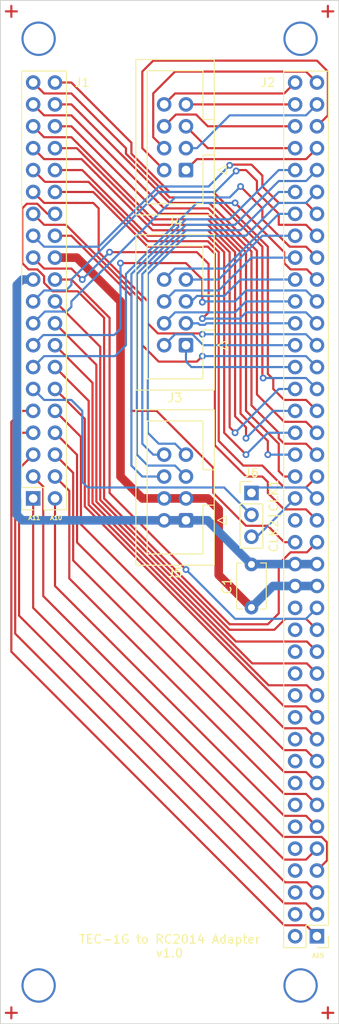
<source format=kicad_pcb>
(kicad_pcb (version 20221018) (generator pcbnew)
  (layers (0 "F.Cu" signal) (31 "B.Cu" signal) (34 "B.Paste" user) (35 "F.Paste" user) (36 "B.SilkS" user "B.Silkscreen") (37 "F.SilkS" user "F.Silkscreen") (38 "B.Mask" user) (39 "F.Mask" user) (44 "Edge.Cuts" user))
  (net 0 "")
  (net 18 "Net-(J2-~{CLK})")
  (net 19 "/D4")
  (net 20 "/D3")
  (net 21 "/D5")
  (net 22 "/D6")
  (net 23 "/D2")
  (net 24 "/D7")
  (net 25 "/D0")
  (net 26 "/D1")
  (net 27 "/A11")
  (net 28 "/A10")
  (net 29 "/A12")
  (net 30 "/A9")
  (net 31 "/A13")
  (net 32 "/A8")
  (net 33 "/A14")
  (net 34 "/A7")
  (net 35 "/A15")
  (net 36 "/A6")
  (net 37 "/A5")
  (net 38 "/A4")
  (net 39 "/A3")
  (net 40 "/A2")
  (net 41 "/A1")
  (net 42 "/A0")
  (net 43 "Net-(J1-~{CLK})")
  (net 44 "Net-(J1-VCC)")
  (net 45 "Net-(J1-GND)")
  (net 46 "Net-(J1-~{RFSH})")
  (net 47 "Net-(J1-~{M1})")
  (net 48 "Net-(J1-~{RESET})")
  (net 49 "Net-(J1-~{INT})")
  (net 50 "Net-(J1-~{BUSRQ})")
  (net 51 "Net-(J1-~{NMI})")
  (net 52 "Net-(J1-~{WAIT})")
  (net 53 "Net-(J1-~{HALT})")
  (net 54 "Net-(J1-~{BUSAK})")
  (net 55 "Net-(J1-~{MREQ})")
  (net 56 "Net-(J1-~{WR})")
  (net 57 "Net-(J1-~{IOREQ})")
  (net 58 "Net-(J1-~{RD})")
  (net 59 "Net-(J2-D8)")
  (net 60 "Net-(J2-D9)")
  (net 61 "Net-(J2-D10)")
  (net 62 "Net-(J2-D11)")
  (net 63 "Net-(J2-D12)")
  (net 64 "Net-(J2-D13)")
  (net 65 "Net-(J2-D14)")
  (net 66 "Net-(J2-D15)")
  (net 67 "Net-(J2-TX)")
  (net 68 "Net-(J2-TX2)")
  (net 69 "Net-(J2-RX)")
  (net 70 "Net-(J2-RX2)")
  (net 71 "Net-(J2-USER1)")
  (net 72 "Net-(J2-USER5)")
  (net 73 "Net-(J2-USER2)")
  (net 74 "Net-(J2-USER6)")
  (net 75 "Net-(J2-USER3)")
  (net 76 "Net-(J2-USER7)")
  (net 77 "Net-(J2-USER4)")
  (net 78 "Net-(J2-USER8)")
  (net 79 "Net-(J2-~{CLK2})")
  (footprint "Connector_PinHeader_2.54mm:PinHeader_1x03_P2.54mm_Vertical" (layer "F.Cu") (at 167.64 98.425)
    (fp_text reference "J6")
    (fp_text value "Conn_01x03_Pin" hide)
  )
  (footprint "Capacitor_THT:C_Disc_D5.1mm_W3.2mm_P5.00mm" (layer "F.Cu") (at 167.64 111.72 90)
    (fp_text reference "C1")
    (fp_text value "100n")
  )
  (footprint "Connector_IDC:IDC-Header_2x04_P2.54mm_Vertical" (layer "F.Cu") (at 160.02 60.96 180)
    (fp_text reference "J4")
    (fp_text value "~" hide)
  )
  (footprint "Connector_PinSocket_2.54mm:PinSocket_2x40_P2.54mm_Vertical" (layer "F.Cu") (at 171.88 149.86 180)
    (fp_text reference "J2")
    (fp_text value "Z80_RC2014_Bus" hide)
  )
  (footprint "Connector_IDC:IDC-Header_2x04_P2.54mm_Vertical" (layer "F.Cu") (at 160.02 101.6 180)
    (fp_text reference "J5")
    (fp_text value "~" hide)
  )
  (footprint "Connector_IDC:IDC-Header_2x04_P2.54mm_Vertical" (layer "F.Cu") (at 160.02 81.28 180)
    (fp_text reference "J3")
    (fp_text value "~" hide)
  )
  (footprint "Connector_PinSocket_2.54mm:PinSocket_2x20_P2.54mm_Vertical" (layer "F.Cu") (at 142.24 99.06 180)
    (fp_text reference "J1")
    (fp_text value "Z80_Header" hide)
  )
  (gr_line (start 138.43 160.02) (end 138.43 41.275) (stroke (width 0.1)) (layer "Edge.Cuts"))
  (gr_line (start 177.8 160.02) (end 138.43 160.02) (stroke (width 0.1)) (layer "Edge.Cuts"))
  (gr_line (start 177.8 41.275) (end 177.8 160.02) (stroke (width 0.1)) (layer "Edge.Cuts"))
  (gr_line (start 138.43 41.275) (end 177.8 41.275) (stroke (width 0.1)) (layer "Edge.Cuts"))
  (gr_text "A11" (at 141.605 101.6) (layer "F.SilkS") (effects (font (size 0.5 0.5) (thickness 0.125)) (justify left bottom)))
  (gr_text "A10" (at 144.145 101.6) (layer "F.SilkS") (effects (font (size 0.5 0.5) (thickness 0.125)) (justify left bottom)))
  (gr_text "A15" (at 174.625 152.4) (layer "F.SilkS") (effects (font (size 0.5 0.5) (thickness 0.125)) (justify left bottom)))
  (gr_text "CLK2|CLK1" (at 170.815 105.41 90) (layer "F.SilkS") (effects (font (size 1 1)) (justify left bottom)))
  (gr_text "TEC-1G to RC2014 Adapter\nv1.0" (at 158.115 152.4) (layer "F.SilkS") (effects (font (size 1 1)) (justify bottom)))
  (segment (start 139.7 41.91) (end 139.7 43.18) (width 0.25) (layer "F.Cu") (net 0))
  (segment (start 175.895 42.545) (end 177.165 42.545) (width 0.25) (layer "F.Cu") (net 0))
  (segment (start 176.53 41.91) (end 176.53 43.18) (width 0.25) (layer "F.Cu") (net 0))
  (segment (start 139.7 158.115) (end 139.7 159.385) (width 0.25) (layer "F.Cu") (net 0))
  (segment (start 176.53 158.115) (end 176.53 159.385) (width 0.25) (layer "F.Cu") (net 0))
  (segment (start 139.065 42.545) (end 140.335 42.545) (width 0.25) (layer "F.Cu") (net 0))
  (segment (start 139.065 158.75) (end 140.335 158.75) (width 0.25) (layer "F.Cu") (net 0))
  (segment (start 175.895 158.75) (end 177.165 158.75) (width 0.25) (layer "F.Cu") (net 0))
  (via (at 142.875 155.575) (size 4) (drill 3.5) (layers "F.Cu" "B.Cu") (net 0))
  (via (at 142.875 45.72) (size 4) (drill 3.5) (layers "F.Cu" "B.Cu") (net 0))
  (via (at 173.355 155.575) (size 4) (drill 3.5) (layers "F.Cu" "B.Cu") (net 0))
  (via (at 173.355 45.72) (size 4) (drill 3.5) (layers "F.Cu" "B.Cu") (net 0))
  (segment (start 168.275 97.79) (end 167.64 98.425) (width 0.25) (layer "B.Cu") (net 18))
  (segment (start 173.99 97.79) (end 168.275 97.79) (width 0.25) (layer "B.Cu") (net 18))
  (segment (start 175.26 99.06) (end 173.99 97.79) (width 0.25) (layer "B.Cu") (net 18))
  (segment (start 175.26 73.66) (end 174.085 72.485) (width 0.25) (layer "F.Cu") (net 19))
  (segment (start 172.18 72.485) (end 171.45 71.755) (width 0.25) (layer "F.Cu") (net 19))
  (segment (start 171.45 70.485) (end 165.735 64.77) (width 0.25) (layer "F.Cu") (net 19))
  (segment (start 171.45 71.755) (end 171.45 70.485) (width 0.25) (layer "F.Cu") (net 19))
  (segment (start 174.085 72.485) (end 172.18 72.485) (width 0.25) (layer "F.Cu") (net 19))
  (via (at 165.735 64.77) (size 0.8) (drill 0.4) (layers "F.Cu" "B.Cu") (net 19))
  (segment (start 143.51 82.55) (end 142.24 83.82) (width 0.25) (layer "B.Cu") (net 19))
  (segment (start 161.284416 64.77) (end 153.035 73.019416) (width 0.25) (layer "B.Cu") (net 19))
  (segment (start 165.735 64.77) (end 161.284416 64.77) (width 0.25) (layer "B.Cu") (net 19))
  (segment (start 153.035 73.019416) (end 153.035 81.28) (width 0.25) (layer "B.Cu") (net 19))
  (segment (start 151.765 82.55) (end 143.51 82.55) (width 0.25) (layer "B.Cu") (net 19))
  (segment (start 153.035 81.28) (end 151.765 82.55) (width 0.25) (layer "B.Cu") (net 19))
  (segment (start 161.925 73.66) (end 160.02 71.755) (width 0.25) (layer "F.Cu") (net 20))
  (segment (start 160.02 71.755) (end 152.4 71.755) (width 0.25) (layer "F.Cu") (net 20))
  (segment (start 161.925 76.29) (end 161.925 73.66) (width 0.25) (layer "F.Cu") (net 20))
  (via (at 152.4 71.755) (size 0.8) (drill 0.4) (layers "F.Cu" "B.Cu") (net 20))
  (via (at 161.925 76.29) (size 0.8) (drill 0.4) (layers "F.Cu" "B.Cu") (net 20))
  (segment (start 152.4 79.375) (end 151.67 80.105) (width 0.25) (layer "B.Cu") (net 20))
  (segment (start 167.005 74.93) (end 173.99 74.93) (width 0.25) (layer "B.Cu") (net 20))
  (segment (start 161.925 76.29) (end 162.015 76.2) (width 0.25) (layer "B.Cu") (net 20))
  (segment (start 143.415 80.105) (end 142.24 81.28) (width 0.25) (layer "B.Cu") (net 20))
  (segment (start 173.99 74.93) (end 175.26 76.2) (width 0.25) (layer "B.Cu") (net 20))
  (segment (start 165.735 76.2) (end 167.005 74.93) (width 0.25) (layer "B.Cu") (net 20))
  (segment (start 151.67 80.105) (end 143.415 80.105) (width 0.25) (layer "B.Cu") (net 20))
  (segment (start 162.015 76.2) (end 165.735 76.2) (width 0.25) (layer "B.Cu") (net 20))
  (segment (start 152.4 71.755) (end 152.4 79.375) (width 0.25) (layer "B.Cu") (net 20))
  (segment (start 168.91 65.405) (end 166.37 62.865) (width 0.25) (layer "F.Cu") (net 21))
  (segment (start 173.99 69.85) (end 172.085 69.85) (width 0.25) (layer "F.Cu") (net 21))
  (segment (start 168.91 66.675) (end 168.91 65.405) (width 0.25) (layer "F.Cu") (net 21))
  (segment (start 172.085 69.85) (end 168.91 66.675) (width 0.25) (layer "F.Cu") (net 21))
  (segment (start 175.26 71.12) (end 173.99 69.85) (width 0.25) (layer "F.Cu") (net 21))
  (via (at 166.37 62.865) (size 0.8) (drill 0.4) (layers "F.Cu" "B.Cu") (net 21))
  (segment (start 143.605 77.375) (end 142.24 78.74) (width 0.25) (layer "B.Cu") (net 21))
  (segment (start 165.1 64.135) (end 158.75 64.135) (width 0.25) (layer "B.Cu") (net 21))
  (segment (start 146.685 76.2) (end 146.685 76.835) (width 0.25) (layer "B.Cu") (net 21))
  (segment (start 158.75 64.135) (end 146.685 76.2) (width 0.25) (layer "B.Cu") (net 21))
  (segment (start 166.37 62.865) (end 165.1 64.135) (width 0.25) (layer "B.Cu") (net 21))
  (segment (start 146.145 77.375) (end 143.605 77.375) (width 0.25) (layer "B.Cu") (net 21))
  (segment (start 146.685 76.835) (end 146.145 77.375) (width 0.25) (layer "B.Cu") (net 21))
  (segment (start 170.815 67.31) (end 170.815 66.04) (width 0.25) (layer "F.Cu") (net 22))
  (segment (start 167.005 60.96) (end 165.965122 60.96) (width 0.25) (layer "F.Cu") (net 22))
  (segment (start 173.99 67.31) (end 170.815 67.31) (width 0.25) (layer "F.Cu") (net 22))
  (segment (start 168.275 62.23) (end 167.005 60.96) (width 0.25) (layer "F.Cu") (net 22))
  (segment (start 175.26 68.58) (end 173.99 67.31) (width 0.25) (layer "F.Cu") (net 22))
  (segment (start 170.815 66.04) (end 168.275 63.5) (width 0.25) (layer "F.Cu") (net 22))
  (segment (start 168.275 63.5) (end 168.275 62.23) (width 0.25) (layer "F.Cu") (net 22))
  (segment (start 165.965122 60.96) (end 165.858837 61.066285) (width 0.25) (layer "F.Cu") (net 22))
  (via (at 165.858837 61.066285) (size 0.8) (drill 0.4) (layers "F.Cu" "B.Cu") (net 22))
  (segment (start 165.858837 61.066285) (end 163.425122 63.5) (width 0.25) (layer "B.Cu") (net 22))
  (segment (start 146.05 74.93) (end 143.51 74.93) (width 0.25) (layer "B.Cu") (net 22))
  (segment (start 143.51 74.93) (end 142.24 76.2) (width 0.25) (layer "B.Cu") (net 22))
  (segment (start 146.685 73.66) (end 146.685 74.295) (width 0.25) (layer "B.Cu") (net 22))
  (segment (start 156.845 63.5) (end 146.685 73.66) (width 0.25) (layer "B.Cu") (net 22))
  (segment (start 146.685 74.295) (end 146.05 74.93) (width 0.25) (layer "B.Cu") (net 22))
  (segment (start 163.425122 63.5) (end 156.845 63.5) (width 0.25) (layer "B.Cu") (net 22))
  (segment (start 143.51 72.39) (end 142.24 71.12) (width 0.25) (layer "F.Cu") (net 23))
  (segment (start 161.29 70.485) (end 151.13 70.485) (width 0.25) (layer "F.Cu") (net 23))
  (segment (start 161.925 78.195) (end 162.65 77.47) (width 0.25) (layer "F.Cu") (net 23))
  (segment (start 146.685 72.39) (end 143.51 72.39) (width 0.25) (layer "F.Cu") (net 23))
  (segment (start 162.65 71.845) (end 161.29 70.485) (width 0.25) (layer "F.Cu") (net 23))
  (segment (start 147.955 73.66) (end 146.685 72.39) (width 0.25) (layer "F.Cu") (net 23))
  (segment (start 162.65 77.47) (end 162.65 71.845) (width 0.25) (layer "F.Cu") (net 23))
  (via (at 151.13 70.485) (size 0.8) (drill 0.4) (layers "F.Cu" "B.Cu") (net 23))
  (via (at 161.925 78.195) (size 0.8) (drill 0.4) (layers "F.Cu" "B.Cu") (net 23))
  (via (at 147.955 73.66) (size 0.8) (drill 0.4) (layers "F.Cu" "B.Cu") (net 23))
  (segment (start 167.005 77.47) (end 166.28 78.195) (width 0.25) (layer "B.Cu") (net 23))
  (segment (start 175.26 78.74) (end 173.99 77.47) (width 0.25) (layer "B.Cu") (net 23))
  (segment (start 151.13 70.485) (end 147.955 73.66) (width 0.25) (layer "B.Cu") (net 23))
  (segment (start 173.99 77.47) (end 167.005 77.47) (width 0.25) (layer "B.Cu") (net 23))
  (segment (start 166.28 78.195) (end 161.925 78.195) (width 0.25) (layer "B.Cu") (net 23))
  (segment (start 170.815 64.77) (end 168.91 62.865) (width 0.25) (layer "F.Cu") (net 24))
  (segment (start 167.64 60.325) (end 165.19 60.325) (width 0.25) (layer "F.Cu") (net 24))
  (segment (start 165.19 60.325) (end 165.1 60.415) (width 0.25) (layer "F.Cu") (net 24))
  (segment (start 173.99 64.77) (end 170.815 64.77) (width 0.25) (layer "F.Cu") (net 24))
  (segment (start 168.91 61.595) (end 167.64 60.325) (width 0.25) (layer "F.Cu") (net 24))
  (segment (start 175.26 66.04) (end 173.99 64.77) (width 0.25) (layer "F.Cu") (net 24))
  (segment (start 168.91 62.865) (end 168.91 61.595) (width 0.25) (layer "F.Cu") (net 24))
  (via (at 165.1 60.415) (size 0.8) (drill 0.4) (layers "F.Cu" "B.Cu") (net 24))
  (segment (start 156.845 62.865) (end 162.65 62.865) (width 0.25) (layer "B.Cu") (net 24))
  (segment (start 142.24 68.58) (end 143.51 69.85) (width 0.25) (layer "B.Cu") (net 24))
  (segment (start 143.51 69.85) (end 149.86 69.85) (width 0.25) (layer "B.Cu") (net 24))
  (segment (start 162.65 62.865) (end 165.1 60.415) (width 0.25) (layer "B.Cu") (net 24))
  (segment (start 149.86 69.85) (end 156.845 62.865) (width 0.25) (layer "B.Cu") (net 24))
  (segment (start 156.845 83.185) (end 154.94 81.28) (width 0.25) (layer "F.Cu") (net 25))
  (segment (start 154.94 81.28) (end 154.94 76.2) (width 0.25) (layer "F.Cu") (net 25))
  (segment (start 161.29 83.185) (end 156.845 83.185) (width 0.25) (layer "F.Cu") (net 25))
  (segment (start 161.925 82.55) (end 161.29 83.185) (width 0.25) (layer "F.Cu") (net 25))
  (segment (start 143.51 67.31) (end 142.24 66.04) (width 0.25) (layer "F.Cu") (net 25))
  (segment (start 154.94 76.2) (end 146.05 67.31) (width 0.25) (layer "F.Cu") (net 25))
  (segment (start 146.05 67.31) (end 143.51 67.31) (width 0.25) (layer "F.Cu") (net 25))
  (via (at 161.925 82.55) (size 0.8) (drill 0.4) (layers "F.Cu" "B.Cu") (net 25))
  (segment (start 173.99 82.55) (end 161.925 82.55) (width 0.25) (layer "B.Cu") (net 25))
  (segment (start 175.26 83.82) (end 173.99 82.55) (width 0.25) (layer "B.Cu") (net 25))
  (segment (start 155.575 76.2) (end 149.86 70.485) (width 0.25) (layer "F.Cu") (net 26))
  (segment (start 149.86 70.485) (end 149.86 65.405) (width 0.25) (layer "F.Cu") (net 26))
  (segment (start 161.83 79.915) (end 156.75 79.915) (width 0.25) (layer "F.Cu") (net 26))
  (segment (start 156.75 79.915) (end 155.575 78.74) (width 0.25) (layer "F.Cu") (net 26))
  (segment (start 161.925 80.01) (end 161.83 79.915) (width 0.25) (layer "F.Cu") (net 26))
  (segment (start 143.51 64.77) (end 142.24 63.5) (width 0.25) (layer "F.Cu") (net 26))
  (segment (start 149.225 64.77) (end 143.51 64.77) (width 0.25) (layer "F.Cu") (net 26))
  (segment (start 149.86 65.405) (end 149.225 64.77) (width 0.25) (layer "F.Cu") (net 26))
  (segment (start 155.575 78.74) (end 155.575 76.2) (width 0.25) (layer "F.Cu") (net 26))
  (via (at 161.925 80.01) (size 0.8) (drill 0.4) (layers "F.Cu" "B.Cu") (net 26))
  (segment (start 175.26 81.28) (end 173.99 80.01) (width 0.25) (layer "B.Cu") (net 26))
  (segment (start 173.99 80.01) (end 161.925 80.01) (width 0.25) (layer "B.Cu") (net 26))
  (segment (start 171.45 140.97) (end 173.99 140.97) (width 0.25) (layer "F.Cu") (net 27))
  (segment (start 142.24 111.76) (end 171.45 140.97) (width 0.25) (layer "F.Cu") (net 27))
  (segment (start 142.24 99.06) (end 142.24 111.76) (width 0.25) (layer "F.Cu") (net 27))
  (segment (start 173.99 140.97) (end 175.26 139.7) (width 0.25) (layer "F.Cu") (net 27))
  (segment (start 144.78 109.22) (end 171.45 135.89) (width 0.25) (layer "F.Cu") (net 28))
  (segment (start 173.99 135.89) (end 175.26 137.16) (width 0.25) (layer "F.Cu") (net 28))
  (segment (start 171.45 135.89) (end 173.99 135.89) (width 0.25) (layer "F.Cu") (net 28))
  (segment (start 144.78 99.06) (end 144.78 109.22) (width 0.25) (layer "F.Cu") (net 28))
  (segment (start 143.415 97.695) (end 142.24 96.52) (width 0.25) (layer "F.Cu") (net 29))
  (segment (start 175.26 142.24) (end 176.435 141.065) (width 0.25) (layer "F.Cu") (net 29))
  (segment (start 175.8 138.335) (end 171.355 138.335) (width 0.25) (layer "F.Cu") (net 29))
  (segment (start 143.415 110.395) (end 143.415 97.695) (width 0.25) (layer "F.Cu") (net 29))
  (segment (start 176.435 138.97) (end 175.8 138.335) (width 0.25) (layer "F.Cu") (net 29))
  (segment (start 171.355 138.335) (end 143.415 110.395) (width 0.25) (layer "F.Cu") (net 29))
  (segment (start 176.435 141.065) (end 176.435 138.97) (width 0.25) (layer "F.Cu") (net 29))
  (segment (start 171.45 133.35) (end 173.99 133.35) (width 0.25) (layer "F.Cu") (net 30))
  (segment (start 146.445 108.345) (end 171.45 133.35) (width 0.25) (layer "F.Cu") (net 30))
  (segment (start 144.78 96.52) (end 146.445 98.185) (width 0.25) (layer "F.Cu") (net 30))
  (segment (start 173.99 133.35) (end 175.26 134.62) (width 0.25) (layer "F.Cu") (net 30))
  (segment (start 146.445 98.185) (end 146.445 108.345) (width 0.25) (layer "F.Cu") (net 30))
  (segment (start 174.085 143.605) (end 175.26 144.78) (width 0.25) (layer "F.Cu") (net 31))
  (segment (start 171.545 143.605) (end 174.085 143.605) (width 0.25) (layer "F.Cu") (net 31))
  (segment (start 140.6 95.62) (end 140.6 112.66) (width 0.25) (layer "F.Cu") (net 31))
  (segment (start 142.24 93.98) (end 140.6 95.62) (width 0.25) (layer "F.Cu") (net 31))
  (segment (start 140.6 112.66) (end 171.545 143.605) (width 0.25) (layer "F.Cu") (net 31))
  (segment (start 144.78 93.98) (end 146.895 96.095) (width 0.25) (layer "F.Cu") (net 32))
  (segment (start 173.99 130.81) (end 175.26 132.08) (width 0.25) (layer "F.Cu") (net 32))
  (segment (start 146.895 106.255) (end 171.45 130.81) (width 0.25) (layer "F.Cu") (net 32))
  (segment (start 171.45 130.81) (end 173.99 130.81) (width 0.25) (layer "F.Cu") (net 32))
  (segment (start 146.895 96.095) (end 146.895 106.255) (width 0.25) (layer "F.Cu") (net 32))
  (segment (start 140.15 92.26) (end 140.97 91.44) (width 0.25) (layer "F.Cu") (net 33))
  (segment (start 175.26 147.32) (end 173.99 146.05) (width 0.25) (layer "F.Cu") (net 33))
  (segment (start 171.45 146.05) (end 140.15 114.75) (width 0.25) (layer "F.Cu") (net 33))
  (segment (start 140.15 114.75) (end 140.15 92.26) (width 0.25) (layer "F.Cu") (net 33))
  (segment (start 173.99 146.05) (end 171.45 146.05) (width 0.25) (layer "F.Cu") (net 33))
  (segment (start 140.97 91.44) (end 142.24 91.44) (width 0.25) (layer "F.Cu") (net 33))
  (segment (start 173.99 128.27) (end 175.26 129.54) (width 0.25) (layer "F.Cu") (net 34))
  (segment (start 171.45 128.27) (end 173.99 128.27) (width 0.25) (layer "F.Cu") (net 34))
  (segment (start 147.345 94.005) (end 147.345 104.165) (width 0.25) (layer "F.Cu") (net 34))
  (segment (start 144.78 91.44) (end 147.345 94.005) (width 0.25) (layer "F.Cu") (net 34))
  (segment (start 147.345 104.165) (end 171.45 128.27) (width 0.25) (layer "F.Cu") (net 34))
  (segment (start 175.26 149.86) (end 173.99 148.59) (width 0.25) (layer "F.Cu") (net 35))
  (segment (start 139.7 90.17) (end 140.97 88.9) (width 0.25) (layer "F.Cu") (net 35))
  (segment (start 139.7 116.84) (end 139.7 90.17) (width 0.25) (layer "F.Cu") (net 35))
  (segment (start 140.97 88.9) (end 142.24 88.9) (width 0.25) (layer "F.Cu") (net 35))
  (segment (start 171.45 148.59) (end 139.7 116.84) (width 0.25) (layer "F.Cu") (net 35))
  (segment (start 173.99 148.59) (end 171.45 148.59) (width 0.25) (layer "F.Cu") (net 35))
  (segment (start 171.45 125.73) (end 173.99 125.73) (width 0.25) (layer "F.Cu") (net 36))
  (segment (start 147.795 102.075) (end 171.45 125.73) (width 0.25) (layer "F.Cu") (net 36))
  (segment (start 144.78 88.9) (end 147.795 91.915) (width 0.25) (layer "F.Cu") (net 36))
  (segment (start 173.99 125.73) (end 175.26 127) (width 0.25) (layer "F.Cu") (net 36))
  (segment (start 147.795 91.915) (end 147.795 102.075) (width 0.25) (layer "F.Cu") (net 36))
  (segment (start 171.45 123.19) (end 173.99 123.19) (width 0.25) (layer "F.Cu") (net 37))
  (segment (start 144.78 86.36) (end 148.245 89.825) (width 0.25) (layer "F.Cu") (net 37))
  (segment (start 148.245 89.825) (end 148.245 99.985) (width 0.25) (layer "F.Cu") (net 37))
  (segment (start 148.245 99.985) (end 171.45 123.19) (width 0.25) (layer "F.Cu") (net 37))
  (segment (start 173.99 123.19) (end 175.26 124.46) (width 0.25) (layer "F.Cu") (net 37))
  (segment (start 144.78 83.82) (end 148.695 87.735) (width 0.25) (layer "F.Cu") (net 38))
  (segment (start 169.64 120.745) (end 174.085 120.745) (width 0.25) (layer "F.Cu") (net 38))
  (segment (start 148.695 87.735) (end 148.695 99.8) (width 0.25) (layer "F.Cu") (net 38))
  (segment (start 174.085 120.745) (end 175.26 121.92) (width 0.25) (layer "F.Cu") (net 38))
  (segment (start 148.695 99.8) (end 169.64 120.745) (width 0.25) (layer "F.Cu") (net 38))
  (segment (start 167.735 118.205) (end 174.085 118.205) (width 0.25) (layer "F.Cu") (net 39))
  (segment (start 144.78 81.28) (end 149.145 85.645) (width 0.25) (layer "F.Cu") (net 39))
  (segment (start 149.145 85.645) (end 149.145 99.615) (width 0.25) (layer "F.Cu") (net 39))
  (segment (start 149.145 99.615) (end 167.735 118.205) (width 0.25) (layer "F.Cu") (net 39))
  (segment (start 174.085 118.205) (end 175.26 119.38) (width 0.25) (layer "F.Cu") (net 39))
  (segment (start 165.83 115.665) (end 174.085 115.665) (width 0.25) (layer "F.Cu") (net 40))
  (segment (start 144.78 78.74) (end 149.595 83.555) (width 0.25) (layer "F.Cu") (net 40))
  (segment (start 149.595 99.43) (end 165.83 115.665) (width 0.25) (layer "F.Cu") (net 40))
  (segment (start 174.085 115.665) (end 175.26 116.84) (width 0.25) (layer "F.Cu") (net 40))
  (segment (start 149.595 83.555) (end 149.595 99.43) (width 0.25) (layer "F.Cu") (net 40))
  (segment (start 173.99 113.03) (end 175.26 114.3) (width 0.25) (layer "F.Cu") (net 41))
  (segment (start 165.101396 114.3) (end 170.30165 114.3) (width 0.25) (layer "F.Cu") (net 41))
  (segment (start 150.045 81.465) (end 150.045 99.243604) (width 0.25) (layer "F.Cu") (net 41))
  (segment (start 170.30165 114.3) (end 171.57165 113.03) (width 0.25) (layer "F.Cu") (net 41))
  (segment (start 171.57165 113.03) (end 173.99 113.03) (width 0.25) (layer "F.Cu") (net 41))
  (segment (start 144.78 76.2) (end 150.045 81.465) (width 0.25) (layer "F.Cu") (net 41))
  (segment (start 150.045 99.243604) (end 165.101396 114.3) (width 0.25) (layer "F.Cu") (net 41))
  (segment (start 151.130698 98.425698) (end 151.130698 78.104302) (width 0.25) (layer "F.Cu") (net 42))
  (segment (start 151.130698 78.104302) (end 146.686396 73.66) (width 0.25) (layer "F.Cu") (net 42))
  (segment (start 146.686396 73.66) (end 144.78 73.66) (width 0.25) (layer "F.Cu") (net 42))
  (segment (start 160.02 107.315) (end 151.130698 98.425698) (width 0.25) (layer "F.Cu") (net 42))
  (via (at 160.02 107.315) (size 0.8) (drill 0.4) (layers "F.Cu" "B.Cu") (net 42))
  (segment (start 173.99 113.03) (end 175.26 111.76) (width 0.25) (layer "B.Cu") (net 42))
  (segment (start 165.735 113.03) (end 173.99 113.03) (width 0.25) (layer "B.Cu") (net 42))
  (segment (start 160.02 107.315) (end 165.735 113.03) (width 0.25) (layer "B.Cu") (net 42))
  (segment (start 148.59 97.79) (end 147.955 97.155) (width 0.25) (layer "B.Cu") (net 43))
  (segment (start 148.59 97.79) (end 164.465 97.79) (width 0.25) (layer "B.Cu") (net 43))
  (segment (start 147.955 97.155) (end 147.955 88.9) (width 0.25) (layer "B.Cu") (net 43))
  (segment (start 147.955 88.9) (end 146.685 87.63) (width 0.25) (layer "B.Cu") (net 43))
  (segment (start 164.465 97.79) (end 167.64 100.965) (width 0.25) (layer "B.Cu") (net 43))
  (segment (start 146.685 87.63) (end 143.51 87.63) (width 0.25) (layer "B.Cu") (net 43))
  (segment (start 143.51 87.63) (end 142.24 86.36) (width 0.25) (layer "B.Cu") (net 43))
  (segment (start 167.64 106.72) (end 162.56 101.64) (width 1) (layer "B.Cu") (net 44))
  (segment (start 162.56 101.6) (end 157.48 101.6) (width 1) (layer "B.Cu") (net 44))
  (segment (start 162.56 101.64) (end 162.56 101.6) (width 1) (layer "B.Cu") (net 44))
  (segment (start 140.97 101.6) (end 140.335 100.965) (width 1) (layer "B.Cu") (net 44))
  (segment (start 157.48 101.6) (end 140.97 101.6) (width 1) (layer "B.Cu") (net 44))
  (segment (start 167.68 106.68) (end 167.64 106.72) (width 1) (layer "B.Cu") (net 44))
  (segment (start 140.335 100.965) (end 140.335 74.295) (width 1) (layer "B.Cu") (net 44))
  (segment (start 175.26 106.68) (end 167.68 106.68) (width 1) (layer "B.Cu") (net 44))
  (segment (start 140.335 74.295) (end 140.97 73.66) (width 1) (layer "B.Cu") (net 44))
  (segment (start 140.97 73.66) (end 142.24 73.66) (width 1) (layer "B.Cu") (net 44))
  (segment (start 152.4 96.52) (end 152.4 76.2) (width 1) (layer "F.Cu") (net 45))
  (segment (start 147.32 71.12) (end 144.78 71.12) (width 1) (layer "F.Cu") (net 45))
  (segment (start 162.56 99.06) (end 157.48 99.06) (width 1) (layer "F.Cu") (net 45))
  (segment (start 152.4 76.2) (end 147.32 71.12) (width 1) (layer "F.Cu") (net 45))
  (segment (start 163.83 107.95) (end 163.83 100.33) (width 1) (layer "F.Cu") (net 45))
  (segment (start 167.6 111.72) (end 163.83 107.95) (width 1) (layer "F.Cu") (net 45))
  (segment (start 157.48 99.06) (end 154.94 99.06) (width 1) (layer "F.Cu") (net 45))
  (segment (start 163.83 100.33) (end 162.56 99.06) (width 1) (layer "F.Cu") (net 45))
  (segment (start 167.64 111.72) (end 167.6 111.72) (width 1) (layer "F.Cu") (net 45))
  (segment (start 154.94 99.06) (end 152.4 96.52) (width 1) (layer "F.Cu") (net 45))
  (segment (start 175.26 109.22) (end 170.14 109.22) (width 1) (layer "B.Cu") (net 45))
  (segment (start 170.14 109.22) (end 167.64 111.72) (width 1) (layer "B.Cu") (net 45))
  (segment (start 153.67 75.566396) (end 153.67 88.9) (width 0.25) (layer "F.Cu") (net 46))
  (segment (start 167.005 102.235) (end 169.545 102.235) (width 0.25) (layer "F.Cu") (net 46))
  (segment (start 163.195 98.425) (end 167.005 102.235) (width 0.25) (layer "F.Cu") (net 46))
  (segment (start 169.545 102.235) (end 171.45 104.14) (width 0.25) (layer "F.Cu") (net 46))
  (segment (start 144.78 68.58) (end 146.683604 68.58) (width 0.25) (layer "F.Cu") (net 46))
  (segment (start 156.601701 88.9) (end 163.195 95.493299) (width 0.25) (layer "F.Cu") (net 46))
  (segment (start 171.45 104.14) (end 172.72 104.14) (width 0.25) (layer "F.Cu") (net 46))
  (segment (start 153.67 88.9) (end 156.601701 88.9) (width 0.25) (layer "F.Cu") (net 46))
  (segment (start 163.195 95.493299) (end 163.195 98.425) (width 0.25) (layer "F.Cu") (net 46))
  (segment (start 146.683604 68.58) (end 153.67 75.566396) (width 0.25) (layer "F.Cu") (net 46))
  (segment (start 170.815 106.68) (end 172.18 105.315) (width 0.25) (layer "F.Cu") (net 47))
  (segment (start 170.815 112.395) (end 170.815 106.68) (width 0.25) (layer "F.Cu") (net 47))
  (segment (start 150.495 78.105) (end 150.495 99.057208) (width 0.25) (layer "F.Cu") (net 47))
  (segment (start 140.97 71.755) (end 141.7 72.485) (width 0.25) (layer "F.Cu") (net 47))
  (segment (start 150.495 99.057208) (end 165.102792 113.665) (width 0.25) (layer "F.Cu") (net 47))
  (segment (start 143.901701 66.04) (end 142.726701 64.865) (width 0.25) (layer "F.Cu") (net 47))
  (segment (start 147.415 75.025) (end 150.495 78.105) (width 0.25) (layer "F.Cu") (net 47))
  (segment (start 142.726701 64.865) (end 141.51 64.865) (width 0.25) (layer "F.Cu") (net 47))
  (segment (start 143.51 73.268299) (end 143.51 74.051701) (width 0.25) (layer "F.Cu") (net 47))
  (segment (start 172.18 105.315) (end 174.085 105.315) (width 0.25) (layer "F.Cu") (net 47))
  (segment (start 143.51 74.051701) (end 144.483299 75.025) (width 0.25) (layer "F.Cu") (net 47))
  (segment (start 165.102792 113.665) (end 169.545 113.665) (width 0.25) (layer "F.Cu") (net 47))
  (segment (start 144.78 66.04) (end 143.901701 66.04) (width 0.25) (layer "F.Cu") (net 47))
  (segment (start 169.545 113.665) (end 170.815 112.395) (width 0.25) (layer "F.Cu") (net 47))
  (segment (start 142.726701 72.485) (end 143.51 73.268299) (width 0.25) (layer "F.Cu") (net 47))
  (segment (start 140.97 65.405) (end 140.97 71.755) (width 0.25) (layer "F.Cu") (net 47))
  (segment (start 141.51 64.865) (end 140.97 65.405) (width 0.25) (layer "F.Cu") (net 47))
  (segment (start 174.085 105.315) (end 175.26 104.14) (width 0.25) (layer "F.Cu") (net 47))
  (segment (start 141.7 72.485) (end 142.726701 72.485) (width 0.25) (layer "F.Cu") (net 47))
  (segment (start 144.483299 75.025) (end 147.415 75.025) (width 0.25) (layer "F.Cu") (net 47))
  (segment (start 168.909302 96.52) (end 169.545 97.155698) (width 0.25) (layer "F.Cu") (net 48))
  (segment (start 163.38 70.671396) (end 163.38 92.896396) (width 0.25) (layer "F.Cu") (net 48))
  (segment (start 155.573604 69.85) (end 162.558604 69.85) (width 0.25) (layer "F.Cu") (net 48))
  (segment (start 144.78 63.5) (end 149.223604 63.5) (width 0.25) (layer "F.Cu") (net 48))
  (segment (start 173.99 100.33) (end 175.26 101.6) (width 0.25) (layer "F.Cu") (net 48))
  (segment (start 162.558604 69.85) (end 163.38 70.671396) (width 0.25) (layer "F.Cu") (net 48))
  (segment (start 169.545 98.425) (end 171.45 100.33) (width 0.25) (layer "F.Cu") (net 48))
  (segment (start 171.45 100.33) (end 173.99 100.33) (width 0.25) (layer "F.Cu") (net 48))
  (segment (start 149.223604 63.5) (end 155.573604 69.85) (width 0.25) (layer "F.Cu") (net 48))
  (segment (start 163.38 92.896396) (end 167.003604 96.52) (width 0.25) (layer "F.Cu") (net 48))
  (segment (start 167.003604 96.52) (end 168.909302 96.52) (width 0.25) (layer "F.Cu") (net 48))
  (segment (start 169.545 97.155698) (end 169.545 98.425) (width 0.25) (layer "F.Cu") (net 48))
  (segment (start 148.685 62.325) (end 155.575 69.215) (width 0.25) (layer "F.Cu") (net 49))
  (segment (start 168.91 95.25) (end 171.45 97.79) (width 0.25) (layer "F.Cu") (net 49))
  (segment (start 171.45 97.79) (end 173.99 97.79) (width 0.25) (layer "F.Cu") (net 49))
  (segment (start 155.575 69.215) (end 162.56 69.215) (width 0.25) (layer "F.Cu") (net 49))
  (segment (start 143.605 62.325) (end 148.685 62.325) (width 0.25) (layer "F.Cu") (net 49))
  (segment (start 142.24 60.96) (end 143.605 62.325) (width 0.25) (layer "F.Cu") (net 49))
  (segment (start 163.83 92.3925) (end 166.6875 95.25) (width 0.25) (layer "F.Cu") (net 49))
  (segment (start 166.6875 95.25) (end 168.91 95.25) (width 0.25) (layer "F.Cu") (net 49))
  (segment (start 163.83 70.485) (end 163.83 92.3925) (width 0.25) (layer "F.Cu") (net 49))
  (segment (start 162.56 69.215) (end 163.83 70.485) (width 0.25) (layer "F.Cu") (net 49))
  (segment (start 173.99 97.79) (end 175.26 96.52) (width 0.25) (layer "F.Cu") (net 49))
  (segment (start 155.575 68.58) (end 147.955 60.96) (width 0.25) (layer "F.Cu") (net 50))
  (segment (start 164.465 70.485) (end 162.56 68.58) (width 0.25) (layer "F.Cu") (net 50))
  (segment (start 162.56 68.58) (end 155.575 68.58) (width 0.25) (layer "F.Cu") (net 50))
  (segment (start 164.465 91.44) (end 164.465 70.485) (width 0.25) (layer "F.Cu") (net 50))
  (segment (start 147.955 60.96) (end 144.78 60.96) (width 0.25) (layer "F.Cu") (net 50))
  (segment (start 167.005 93.98) (end 164.465 91.44) (width 0.25) (layer "F.Cu") (net 50))
  (via (at 167.005 93.98) (size 0.8) (drill 0.4) (layers "F.Cu" "B.Cu") (net 50))
  (segment (start 167.005 93.98) (end 169.545 91.44) (width 0.25) (layer "B.Cu") (net 50))
  (segment (start 169.545 91.44) (end 172.72 91.44) (width 0.25) (layer "B.Cu") (net 50))
  (segment (start 165.735 91.44) (end 165.1 90.805) (width 0.25) (layer "F.Cu") (net 51))
  (segment (start 156.130625 67.945) (end 147.875625 59.69) (width 0.25) (layer "F.Cu") (net 51))
  (segment (start 143.51 59.69) (end 142.24 58.42) (width 0.25) (layer "F.Cu") (net 51))
  (segment (start 147.875625 59.69) (end 143.51 59.69) (width 0.25) (layer "F.Cu") (net 51))
  (segment (start 162.56 67.945) (end 156.130625 67.945) (width 0.25) (layer "F.Cu") (net 51))
  (segment (start 165.1 90.805) (end 165.1 70.485) (width 0.25) (layer "F.Cu") (net 51))
  (segment (start 165.1 70.485) (end 162.56 67.945) (width 0.25) (layer "F.Cu") (net 51))
  (via (at 165.735 91.44) (size 0.8) (drill 0.4) (layers "F.Cu" "B.Cu") (net 51))
  (segment (start 170.815 86.36) (end 172.72 86.36) (width 0.25) (layer "B.Cu") (net 51))
  (segment (start 165.735 91.44) (end 170.815 86.36) (width 0.25) (layer "B.Cu") (net 51))
  (segment (start 147.955 59.060584) (end 147.955 59.055) (width 0.25) (layer "F.Cu") (net 52))
  (segment (start 156.204416 67.31) (end 147.955 59.060584) (width 0.25) (layer "F.Cu") (net 52))
  (segment (start 167.005 92.075) (end 167.005 90.805) (width 0.25) (layer "F.Cu") (net 52))
  (segment (start 162.56 67.31) (end 156.204416 67.31) (width 0.25) (layer "F.Cu") (net 52))
  (segment (start 165.735 89.535) (end 165.735 70.485) (width 0.25) (layer "F.Cu") (net 52))
  (segment (start 147.32 58.42) (end 144.78 58.42) (width 0.25) (layer "F.Cu") (net 52))
  (segment (start 167.005 90.805) (end 165.735 89.535) (width 0.25) (layer "F.Cu") (net 52))
  (segment (start 147.955 59.055) (end 147.32 58.42) (width 0.25) (layer "F.Cu") (net 52))
  (segment (start 165.735 70.485) (end 162.56 67.31) (width 0.25) (layer "F.Cu") (net 52))
  (via (at 167.005 92.075) (size 0.8) (drill 0.4) (layers "F.Cu" "B.Cu") (net 52))
  (segment (start 167.005 92.075) (end 170.18 88.9) (width 0.25) (layer "B.Cu") (net 52))
  (segment (start 170.18 88.9) (end 172.72 88.9) (width 0.25) (layer "B.Cu") (net 52))
  (segment (start 146.685 57.15) (end 143.51 57.15) (width 0.25) (layer "F.Cu") (net 53))
  (segment (start 166.37 89.2175) (end 166.37 70.485) (width 0.25) (layer "F.Cu") (net 53))
  (segment (start 169.545 93.98) (end 169.545 92.3925) (width 0.25) (layer "F.Cu") (net 53))
  (segment (start 166.37 70.485) (end 162.56 66.675) (width 0.25) (layer "F.Cu") (net 53))
  (segment (start 143.51 57.15) (end 142.24 55.88) (width 0.25) (layer "F.Cu") (net 53))
  (segment (start 169.545 92.3925) (end 166.37 89.2175) (width 0.25) (layer "F.Cu") (net 53))
  (segment (start 150.495 60.96) (end 146.685 57.15) (width 0.25) (layer "F.Cu") (net 53))
  (segment (start 156.205812 66.675) (end 150.495 60.964188) (width 0.25) (layer "F.Cu") (net 53))
  (segment (start 150.495 60.964188) (end 150.495 60.96) (width 0.25) (layer "F.Cu") (net 53))
  (segment (start 162.56 66.675) (end 156.205812 66.675) (width 0.25) (layer "F.Cu") (net 53))
  (via (at 169.545 93.98) (size 0.8) (drill 0.4) (layers "F.Cu" "B.Cu") (net 53))
  (segment (start 169.545 93.98) (end 172.72 93.98) (width 0.25) (layer "B.Cu") (net 53))
  (segment (start 170.815 95.885) (end 171.45 96.52) (width 0.25) (layer "F.Cu") (net 54))
  (segment (start 146.685 55.88) (end 156.845 66.04) (width 0.25) (layer "F.Cu") (net 54))
  (segment (start 167.005 88.9) (end 170.815 92.71) (width 0.25) (layer "F.Cu") (net 54))
  (segment (start 171.45 96.52) (end 172.72 96.52) (width 0.25) (layer "F.Cu") (net 54))
  (segment (start 144.78 55.88) (end 146.685 55.88) (width 0.25) (layer "F.Cu") (net 54))
  (segment (start 170.815 92.71) (end 170.815 95.885) (width 0.25) (layer "F.Cu") (net 54))
  (segment (start 167.005 70.485) (end 167.005 88.9) (width 0.25) (layer "F.Cu") (net 54))
  (segment (start 156.845 66.04) (end 162.56 66.04) (width 0.25) (layer "F.Cu") (net 54))
  (segment (start 162.56 66.04) (end 167.005 70.485) (width 0.25) (layer "F.Cu") (net 54))
  (segment (start 167.64 88.265) (end 170.815 91.44) (width 0.25) (layer "F.Cu") (net 55))
  (segment (start 170.815 91.44) (end 170.815 92.075) (width 0.25) (layer "F.Cu") (net 55))
  (segment (start 171.45 92.71) (end 173.99 92.71) (width 0.25) (layer "F.Cu") (net 55))
  (segment (start 142.24 53.34) (end 143.51 54.61) (width 0.25) (layer "F.Cu") (net 55))
  (segment (start 167.64 70.405625) (end 167.64 88.265) (width 0.25) (layer "F.Cu") (net 55))
  (segment (start 162.639375 65.405) (end 167.64 70.405625) (width 0.25) (layer "F.Cu") (net 55))
  (segment (start 143.51 54.61) (end 146.685 54.61) (width 0.25) (layer "F.Cu") (net 55))
  (segment (start 146.685 54.61) (end 157.48 65.405) (width 0.25) (layer "F.Cu") (net 55))
  (segment (start 157.48 65.405) (end 162.639375 65.405) (width 0.25) (layer "F.Cu") (net 55))
  (segment (start 173.99 92.71) (end 175.26 93.98) (width 0.25) (layer "F.Cu") (net 55))
  (segment (start 170.815 92.075) (end 171.45 92.71) (width 0.25) (layer "F.Cu") (net 55))
  (segment (start 144.78 53.34) (end 146.685 53.34) (width 0.25) (layer "F.Cu") (net 56))
  (segment (start 162.71875 64.77) (end 168.275 70.32625) (width 0.25) (layer "F.Cu") (net 56))
  (segment (start 146.685 53.34) (end 158.115 64.77) (width 0.25) (layer "F.Cu") (net 56))
  (segment (start 168.275 86.995) (end 171.45 90.17) (width 0.25) (layer "F.Cu") (net 56))
  (segment (start 158.115 64.77) (end 162.71875 64.77) (width 0.25) (layer "F.Cu") (net 56))
  (segment (start 171.45 90.17) (end 173.99 90.17) (width 0.25) (layer "F.Cu") (net 56))
  (segment (start 173.99 90.17) (end 175.26 91.44) (width 0.25) (layer "F.Cu") (net 56))
  (segment (start 168.275 70.32625) (end 168.275 86.995) (width 0.25) (layer "F.Cu") (net 56))
  (segment (start 168.91 69.85) (end 163.195 64.135) (width 0.25) (layer "F.Cu") (net 57))
  (segment (start 169 85.09) (end 168.91 85) (width 0.25) (layer "F.Cu") (net 57))
  (segment (start 146.685 52.07) (end 143.51 52.07) (width 0.25) (layer "F.Cu") (net 57))
  (segment (start 143.51 52.07) (end 142.24 50.8) (width 0.25) (layer "F.Cu") (net 57))
  (segment (start 168.91 85) (end 168.91 69.85) (width 0.25) (layer "F.Cu") (net 57))
  (segment (start 153.035 58.42) (end 146.685 52.07) (width 0.25) (layer "F.Cu") (net 57))
  (segment (start 153.035 59.055) (end 153.035 58.42) (width 0.25) (layer "F.Cu") (net 57))
  (segment (start 158.115 64.135) (end 153.035 59.055) (width 0.25) (layer "F.Cu") (net 57))
  (segment (start 163.195 64.135) (end 158.115 64.135) (width 0.25) (layer "F.Cu") (net 57))
  (via (at 169 85.09) (size 0.8) (drill 0.4) (layers "F.Cu" "B.Cu") (net 57))
  (segment (start 173.99 85.09) (end 175.26 86.36) (width 0.25) (layer "B.Cu") (net 57))
  (segment (start 169 85.09) (end 173.99 85.09) (width 0.25) (layer "B.Cu") (net 57))
  (segment (start 173.99 87.63) (end 175.26 88.9) (width 0.25) (layer "F.Cu") (net 58))
  (segment (start 170.18 86.36) (end 171.45 87.63) (width 0.25) (layer "F.Cu") (net 58))
  (segment (start 169.545 84.609695) (end 170.18 85.244695) (width 0.25) (layer "F.Cu") (net 58))
  (segment (start 153.67 59.053604) (end 158.116396 63.5) (width 0.25) (layer "F.Cu") (net 58))
  (segment (start 163.195 63.5) (end 169.545 69.85) (width 0.25) (layer "F.Cu") (net 58))
  (segment (start 144.78 50.8) (end 146.685 50.8) (width 0.25) (layer "F.Cu") (net 58))
  (segment (start 158.116396 63.5) (end 163.195 63.5) (width 0.25) (layer "F.Cu") (net 58))
  (segment (start 170.18 85.244695) (end 170.18 86.36) (width 0.25) (layer "F.Cu") (net 58))
  (segment (start 171.45 87.63) (end 173.99 87.63) (width 0.25) (layer "F.Cu") (net 58))
  (segment (start 169.545 69.85) (end 169.545 84.609695) (width 0.25) (layer "F.Cu") (net 58))
  (segment (start 146.685 50.8) (end 153.67 57.785) (width 0.25) (layer "F.Cu") (net 58))
  (segment (start 153.67 57.785) (end 153.67 59.053604) (width 0.25) (layer "F.Cu") (net 58))
  (segment (start 160.02 81.28) (end 160.02 83.185) (width 0.25) (layer "B.Cu") (net 59))
  (segment (start 160.655 83.82) (end 172.72 83.82) (width 0.25) (layer "B.Cu") (net 59))
  (segment (start 160.02 83.185) (end 160.655 83.82) (width 0.25) (layer "B.Cu") (net 59))
  (segment (start 160.7701 80.01) (end 162.0401 81.28) (width 0.25) (layer "B.Cu") (net 60))
  (segment (start 158.75 80.01) (end 160.7701 80.01) (width 0.25) (layer "B.Cu") (net 60))
  (segment (start 157.48 81.28) (end 158.75 80.01) (width 0.25) (layer "B.Cu") (net 60))
  (segment (start 162.0401 81.28) (end 172.72 81.28) (width 0.25) (layer "B.Cu") (net 60))
  (segment (start 162.225305 78.92) (end 162.405305 78.74) (width 0.25) (layer "B.Cu") (net 61))
  (segment (start 161.444695 78.74) (end 161.624695 78.92) (width 0.25) (layer "B.Cu") (net 61))
  (segment (start 160.02 78.74) (end 161.444695 78.74) (width 0.25) (layer "B.Cu") (net 61))
  (segment (start 162.405305 78.74) (end 172.72 78.74) (width 0.25) (layer "B.Cu") (net 61))
  (segment (start 161.624695 78.92) (end 162.225305 78.92) (width 0.25) (layer "B.Cu") (net 61))
  (segment (start 158.75 77.47) (end 165.735 77.47) (width 0.25) (layer "B.Cu") (net 62))
  (segment (start 165.735 77.47) (end 167.005 76.2) (width 0.25) (layer "B.Cu") (net 62))
  (segment (start 157.48 78.74) (end 158.75 77.47) (width 0.25) (layer "B.Cu") (net 62))
  (segment (start 167.005 76.2) (end 172.72 76.2) (width 0.25) (layer "B.Cu") (net 62))
  (segment (start 164.465 75.565) (end 166.37 73.66) (width 0.25) (layer "B.Cu") (net 63))
  (segment (start 166.37 73.66) (end 172.72 73.66) (width 0.25) (layer "B.Cu") (net 63))
  (segment (start 160.655 76.2) (end 161.29 75.565) (width 0.25) (layer "B.Cu") (net 63))
  (segment (start 160.02 76.2) (end 160.655 76.2) (width 0.25) (layer "B.Cu") (net 63))
  (segment (start 161.29 75.565) (end 164.465 75.565) (width 0.25) (layer "B.Cu") (net 63))
  (segment (start 157.48 76.2) (end 158.75 74.93) (width 0.25) (layer "B.Cu") (net 64))
  (segment (start 158.75 74.93) (end 163.83 74.93) (width 0.25) (layer "B.Cu") (net 64))
  (segment (start 163.83 74.93) (end 167.64 71.12) (width 0.25) (layer "B.Cu") (net 64))
  (segment (start 167.64 71.12) (end 172.72 71.12) (width 0.25) (layer "B.Cu") (net 64))
  (segment (start 168.91 68.58) (end 172.72 68.58) (width 0.25) (layer "B.Cu") (net 65))
  (segment (start 160.02 73.66) (end 163.83 73.66) (width 0.25) (layer "B.Cu") (net 65))
  (segment (start 163.83 73.66) (end 168.91 68.58) (width 0.25) (layer "B.Cu") (net 65))
  (segment (start 164.465 72.39) (end 170.815 66.04) (width 0.25) (layer "B.Cu") (net 66))
  (segment (start 158.75 72.39) (end 164.465 72.39) (width 0.25) (layer "B.Cu") (net 66))
  (segment (start 157.48 73.66) (end 158.75 72.39) (width 0.25) (layer "B.Cu") (net 66))
  (segment (start 170.815 66.04) (end 172.72 66.04) (width 0.25) (layer "B.Cu") (net 66))
  (segment (start 155.575 91.44) (end 155.575 73.025) (width 0.25) (layer "B.Cu") (net 67))
  (segment (start 158.75 92.71) (end 156.845 92.71) (width 0.25) (layer "B.Cu") (net 67))
  (segment (start 160.02 93.98) (end 158.75 92.71) (width 0.25) (layer "B.Cu") (net 67))
  (segment (start 160.02 68.58) (end 167.005 68.58) (width 0.25) (layer "B.Cu") (net 67))
  (segment (start 167.005 68.58) (end 170.815 64.77) (width 0.25) (layer "B.Cu") (net 67))
  (segment (start 173.99 64.77) (end 175.26 63.5) (width 0.25) (layer "B.Cu") (net 67))
  (segment (start 156.845 92.71) (end 155.575 91.44) (width 0.25) (layer "B.Cu") (net 67))
  (segment (start 155.575 73.025) (end 160.02 68.58) (width 0.25) (layer "B.Cu") (net 67))
  (segment (start 170.815 64.77) (end 173.99 64.77) (width 0.25) (layer "B.Cu") (net 67))
  (segment (start 170.815 63.5) (end 172.72 63.5) (width 0.25) (layer "B.Cu") (net 68))
  (segment (start 157.48 93.98) (end 156.21 93.98) (width 0.25) (layer "B.Cu") (net 68))
  (segment (start 156.21 93.98) (end 154.94 92.71) (width 0.25) (layer "B.Cu") (net 68))
  (segment (start 166.37 67.945) (end 170.815 63.5) (width 0.25) (layer "B.Cu") (net 68))
  (segment (start 160.018604 67.945) (end 166.37 67.945) (width 0.25) (layer "B.Cu") (net 68))
  (segment (start 154.94 92.71) (end 154.94 73.023604) (width 0.25) (layer "B.Cu") (net 68))
  (segment (start 154.94 73.023604) (end 160.018604 67.945) (width 0.25) (layer "B.Cu") (net 68))
  (segment (start 160.02 96.52) (end 158.75 95.25) (width 0.25) (layer "B.Cu") (net 69))
  (segment (start 170.815 62.23) (end 173.99 62.23) (width 0.25) (layer "B.Cu") (net 69))
  (segment (start 173.99 62.23) (end 175.26 60.96) (width 0.25) (layer "B.Cu") (net 69))
  (segment (start 165.735 67.31) (end 170.815 62.23) (width 0.25) (layer "B.Cu") (net 69))
  (segment (start 154.305 93.98) (end 154.305 73.022208) (width 0.25) (layer "B.Cu") (net 69))
  (segment (start 158.75 95.25) (end 155.575 95.25) (width 0.25) (layer "B.Cu") (net 69))
  (segment (start 155.575 95.25) (end 154.305 93.98) (width 0.25) (layer "B.Cu") (net 69))
  (segment (start 160.017208 67.31) (end 165.735 67.31) (width 0.25) (layer "B.Cu") (net 69))
  (segment (start 154.305 73.022208) (end 160.017208 67.31) (width 0.25) (layer "B.Cu") (net 69))
  (segment (start 154.94 96.52) (end 153.67 95.25) (width 0.25) (layer "B.Cu") (net 70))
  (segment (start 153.67 73.020812) (end 160.015812 66.675) (width 0.25) (layer "B.Cu") (net 70))
  (segment (start 160.015812 66.675) (end 165.1 66.675) (width 0.25) (layer "B.Cu") (net 70))
  (segment (start 157.48 96.52) (end 154.94 96.52) (width 0.25) (layer "B.Cu") (net 70))
  (segment (start 170.815 60.96) (end 172.72 60.96) (width 0.25) (layer "B.Cu") (net 70))
  (segment (start 165.1 66.675) (end 170.815 60.96) (width 0.25) (layer "B.Cu") (net 70))
  (segment (start 153.67 95.25) (end 153.67 73.020812) (width 0.25) (layer "B.Cu") (net 70))
  (segment (start 173.99 59.69) (end 175.26 58.42) (width 0.25) (layer "F.Cu") (net 71))
  (segment (start 160.02 60.96) (end 161.29 59.69) (width 0.25) (layer "F.Cu") (net 71))
  (segment (start 161.29 59.69) (end 173.99 59.69) (width 0.25) (layer "F.Cu") (net 71))
  (segment (start 162.56 58.42) (end 172.72 58.42) (width 0.25) (layer "F.Cu") (net 72))
  (segment (start 160.02 55.88) (end 162.56 58.42) (width 0.25) (layer "F.Cu") (net 72))
  (segment (start 156.21 48.26) (end 175.26 48.26) (width 0.25) (layer "F.Cu") (net 73))
  (segment (start 175.26 48.26) (end 176.53 49.53) (width 0.25) (layer "F.Cu") (net 73))
  (segment (start 154.94 58.42) (end 154.94 49.53) (width 0.25) (layer "F.Cu") (net 73))
  (segment (start 157.48 60.96) (end 154.94 58.42) (width 0.25) (layer "F.Cu") (net 73))
  (segment (start 154.94 49.53) (end 156.21 48.26) (width 0.25) (layer "F.Cu") (net 73))
  (segment (start 176.53 49.53) (end 176.53 54.61) (width 0.25) (layer "F.Cu") (net 73))
  (segment (start 176.53 54.61) (end 175.26 55.88) (width 0.25) (layer "F.Cu") (net 73))
  (segment (start 158.845 54.515) (end 161.195 54.515) (width 0.25) (layer "F.Cu") (net 74))
  (segment (start 161.195 54.515) (end 162.56 55.88) (width 0.25) (layer "F.Cu") (net 74))
  (segment (start 162.56 55.88) (end 172.72 55.88) (width 0.25) (layer "F.Cu") (net 74))
  (segment (start 157.48 55.88) (end 158.845 54.515) (width 0.25) (layer "F.Cu") (net 74))
  (segment (start 175.26 53.34) (end 173.99 54.61) (width 0.25) (layer "B.Cu") (net 75))
  (segment (start 165.1 54.61) (end 161.29 58.42) (width 0.25) (layer "B.Cu") (net 75))
  (segment (start 161.29 58.42) (end 160.02 58.42) (width 0.25) (layer "B.Cu") (net 75))
  (segment (start 173.99 54.61) (end 165.1 54.61) (width 0.25) (layer "B.Cu") (net 75))
  (segment (start 160.02 53.34) (end 172.72 53.34) (width 0.25) (layer "F.Cu") (net 76))
  (segment (start 158.75 49.53) (end 156.21 52.07) (width 0.25) (layer "F.Cu") (net 77))
  (segment (start 156.21 52.07) (end 156.21 57.15) (width 0.25) (layer "F.Cu") (net 77))
  (segment (start 173.99 49.53) (end 158.75 49.53) (width 0.25) (layer "F.Cu") (net 77))
  (segment (start 156.21 57.15) (end 157.48 58.42) (width 0.25) (layer "F.Cu") (net 77))
  (segment (start 175.26 50.8) (end 173.99 49.53) (width 0.25) (layer "F.Cu") (net 77))
  (segment (start 171.45 52.07) (end 158.75 52.07) (width 0.25) (layer "F.Cu") (net 78))
  (segment (start 158.75 52.07) (end 157.48 53.34) (width 0.25) (layer "F.Cu") (net 78))
  (segment (start 172.72 50.8) (end 171.45 52.07) (width 0.25) (layer "F.Cu") (net 78))
  (segment (start 172.72 99.06) (end 168.275 103.505) (width 0.25) (layer "B.Cu") (net 79))
  (segment (start 168.275 103.505) (end 167.64 103.505) (width 0.25) (layer "B.Cu") (net 79))
)
</source>
